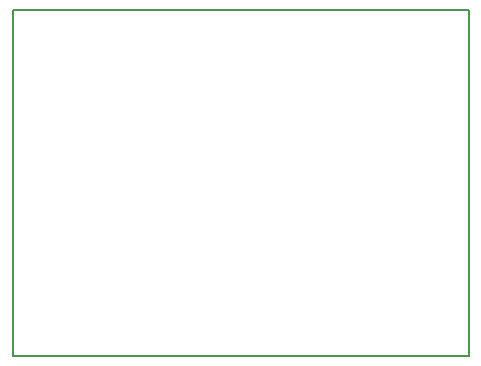
<source format=gko>
G04*
G04 #@! TF.GenerationSoftware,Altium Limited,Altium Designer,22.5.1 (42)*
G04*
G04 Layer_Color=16711935*
%FSLAX25Y25*%
%MOIN*%
G70*
G04*
G04 #@! TF.SameCoordinates,0C7ABF94-C2AC-4CB0-9C94-541A5C69193A*
G04*
G04*
G04 #@! TF.FilePolarity,Positive*
G04*
G01*
G75*
%ADD10C,0.00787*%
D10*
X152000Y0D02*
Y115500D01*
X0Y0D02*
X152000D01*
X0D02*
Y115500D01*
X152000D01*
M02*

</source>
